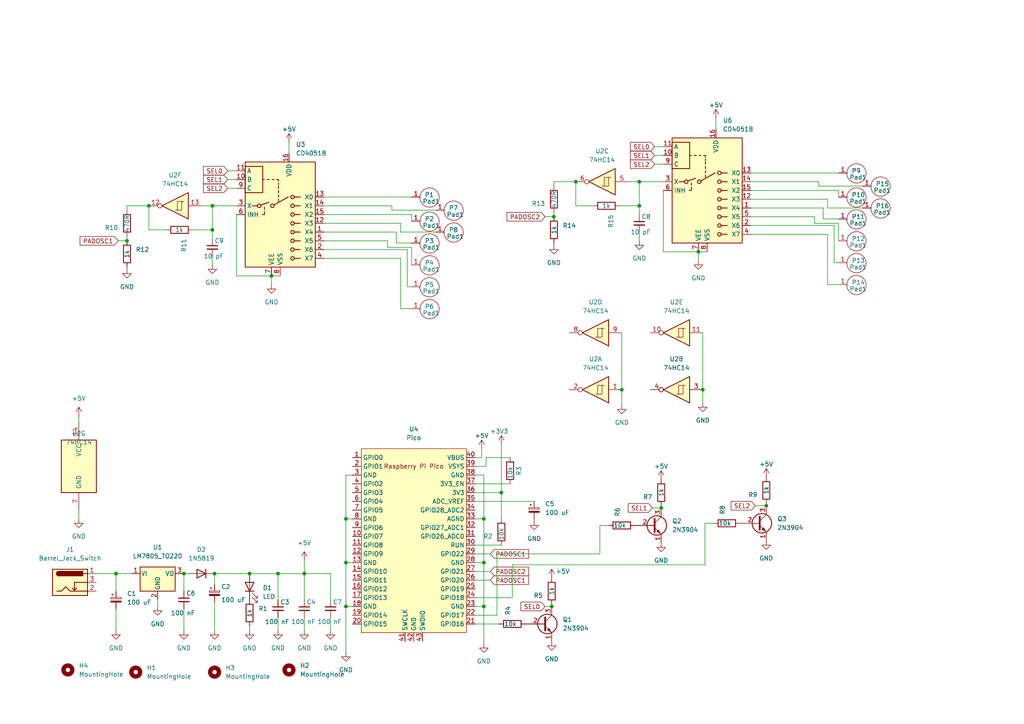
<source format=kicad_sch>
(kicad_sch (version 20211123) (generator eeschema)
  (paper "A4")
  (lib_symbols
    (symbol "74xx:74HC14" (pin_names (offset 1.016))
      (property "Reference" "U" (at 0 1.27 0))
      (property "Value" "74HC14" (at 0 -1.27 0))
      (symbol "74HC14_1_0"
        (polyline (pts (xy -3.81 3.81) (xy -3.81 -3.81) (xy 3.81 0) (xy -3.81 3.81)) (stroke (width 0.254)) (fill (type background)))
        (pin input line (at -7.62 0 0) (length 3.81) (name "~") (number "1"))
        (pin output inverted (at 7.62 0 180) (length 3.81) (name "~") (number "2"))
      )
      (symbol "74HC14_1_1"
        (polyline (pts (xy -1.905 -1.27) (xy -1.905 1.27) (xy -0.635 1.27)))
        (polyline (pts (xy -2.54 -1.27) (xy -0.635 -1.27) (xy -0.635 1.27) (xy 0 1.27)))
      )
      (symbol "74HC14_2_0"
        (polyline (pts (xy -3.81 3.81) (xy -3.81 -3.81) (xy 3.81 0) (xy -3.81 3.81)) (stroke (width 0.254)) (fill (type background)))
        (pin input line (at -7.62 0 0) (length 3.81) (name "~") (number "3"))
        (pin output inverted (at 7.62 0 180) (length 3.81) (name "~") (number "4"))
      )
      (symbol "74HC14_2_1"
        (polyline (pts (xy -1.905 -1.27) (xy -1.905 1.27) (xy -0.635 1.27)))
        (polyline (pts (xy -2.54 -1.27) (xy -0.635 -1.27) (xy -0.635 1.27) (xy 0 1.27)))
      )
      (symbol "74HC14_3_0"
        (polyline (pts (xy -3.81 3.81) (xy -3.81 -3.81) (xy 3.81 0) (xy -3.81 3.81)) (stroke (width 0.254)) (fill (type background)))
        (pin input line (at -7.62 0 0) (length 3.81) (name "~") (number "5"))
        (pin output inverted (at 7.62 0 180) (length 3.81) (name "~") (number "6"))
      )
      (symbol "74HC14_3_1"
        (polyline (pts (xy -1.905 -1.27) (xy -1.905 1.27) (xy -0.635 1.27)))
        (polyline (pts (xy -2.54 -1.27) (xy -0.635 -1.27) (xy -0.635 1.27) (xy 0 1.27)))
      )
      (symbol "74HC14_4_0"
        (polyline (pts (xy -3.81 3.81) (xy -3.81 -3.81) (xy 3.81 0) (xy -3.81 3.81)) (stroke (width 0.254)) (fill (type background)))
        (pin output inverted (at 7.62 0 180) (length 3.81) (name "~") (number "8"))
        (pin input line (at -7.62 0 0) (length 3.81) (name "~") (number "9"))
      )
      (symbol "74HC14_4_1"
        (polyline (pts (xy -1.905 -1.27) (xy -1.905 1.27) (xy -0.635 1.27)))
        (polyline (pts (xy -2.54 -1.27) (xy -0.635 -1.27) (xy -0.635 1.27) (xy 0 1.27)))
      )
      (symbol "74HC14_5_0"
        (polyline (pts (xy -3.81 3.81) (xy -3.81 -3.81) (xy 3.81 0) (xy -3.81 3.81)) (stroke (width 0.254)) (fill (type background)))
        (pin output inverted (at 7.62 0 180) (length 3.81) (name "~") (number "10"))
        (pin input line (at -7.62 0 0) (length 3.81) (name "~") (number "11"))
      )
      (symbol "74HC14_5_1"
        (polyline (pts (xy -1.905 -1.27) (xy -1.905 1.27) (xy -0.635 1.27)))
        (polyline (pts (xy -2.54 -1.27) (xy -0.635 -1.27) (xy -0.635 1.27) (xy 0 1.27)))
      )
      (symbol "74HC14_6_0"
        (polyline (pts (xy -3.81 3.81) (xy -3.81 -3.81) (xy 3.81 0) (xy -3.81 3.81)) (stroke (width 0.254)) (fill (type background)))
        (pin output inverted (at 7.62 0 180) (length 3.81) (name "~") (number "12"))
        (pin input line (at -7.62 0 0) (length 3.81) (name "~") (number "13"))
      )
      (symbol "74HC14_6_1"
        (polyline (pts (xy -1.905 -1.27) (xy -1.905 1.27) (xy -0.635 1.27)))
        (polyline (pts (xy -2.54 -1.27) (xy -0.635 -1.27) (xy -0.635 1.27) (xy 0 1.27)))
      )
      (symbol "74HC14_7_0"
        (pin power_in line (at 0 12.7 270) (length 5.08) (name "VCC") (number "14"))
        (pin power_in line (at 0 -12.7 90) (length 5.08) (name "GND") (number "7"))
      )
      (symbol "74HC14_7_1"
        (rectangle (start -5.08 7.62) (end 5.08 -7.62) (stroke (width 0.254)) (fill (type background)))
      )
    )
    (symbol "Analog_Switch:CD4051B"
      (property "Reference" "U" (at -10.16 16.51 0))
      (property "Value" "CD4051B" (at 3.81 16.51 0))
      (symbol "CD4051B_0_1"
        (rectangle (start -10.16 6.35) (end -5.08 13.97) (stroke (width 0.254)))
        (rectangle (start -10.16 15.24) (end 10.16 -15.24) (stroke (width 0.254)) (fill (type background)))
        (circle (center -6.096 2.54) (radius 0.508) (stroke (width 0.254)))
        (circle (center -2.286 2.54) (radius 0.508) (stroke (width 0.254)))
        (polyline (pts (xy -8.128 2.54) (xy -6.604 2.54)) (stroke (width 0.254)))
        (polyline (pts (xy -5.588 2.794) (xy -3.302 3.556)) (stroke (width 0.254)))
        (polyline (pts (xy -4.572 0) (xy -5.207 0)) (stroke (width 0.254)))
        (polyline (pts (xy -4.572 0.254) (xy -4.572 0.889)) (stroke (width 0.254)))
        (polyline (pts (xy -4.572 1.524) (xy -4.572 2.159)) (stroke (width 0.254)))
        (polyline (pts (xy -4.572 10.16) (xy -5.08 10.16)) (stroke (width 0.254)))
        (polyline (pts (xy -3.81 10.16) (xy -3.175 10.16)) (stroke (width 0.254)))
        (polyline (pts (xy -1.778 2.794) (xy 2.286 5.08)) (stroke (width 0.254)))
        (polyline (pts (xy -1.778 10.16) (xy -2.286 10.16)) (stroke (width 0.254)))
        (polyline (pts (xy -0.508 3.81) (xy -0.508 4.445)) (stroke (width 0.254)))
        (polyline (pts (xy -0.508 5.08) (xy -0.508 5.715)) (stroke (width 0.254)))
        (polyline (pts (xy -0.508 6.35) (xy -0.508 6.985)) (stroke (width 0.254)))
        (polyline (pts (xy -0.508 7.62) (xy -0.508 8.255)) (stroke (width 0.254)))
        (polyline (pts (xy -0.508 8.636) (xy -0.508 9.144)) (stroke (width 0.254)))
        (polyline (pts (xy -0.508 9.652) (xy -0.508 10.16)) (stroke (width 0.254)))
        (polyline (pts (xy -0.508 10.16) (xy -1.016 10.16)) (stroke (width 0.254)))
        (polyline (pts (xy 4.064 -12.7) (xy 5.842 -12.7)) (stroke (width 0.254)))
        (polyline (pts (xy 4.064 -10.16) (xy 5.842 -10.16)) (stroke (width 0.254)))
        (polyline (pts (xy 4.064 -7.62) (xy 5.842 -7.62)) (stroke (width 0.254)))
        (polyline (pts (xy 4.064 -5.08) (xy 5.842 -5.08)) (stroke (width 0.254)))
        (polyline (pts (xy 4.064 -2.54) (xy 5.842 -2.54)) (stroke (width 0.254)))
        (polyline (pts (xy 4.064 0) (xy 5.842 0)) (stroke (width 0.254)))
        (polyline (pts (xy 4.064 2.54) (xy 5.842 2.54)) (stroke (width 0.254)))
        (polyline (pts (xy 4.064 5.08) (xy 5.842 5.08)) (stroke (width 0.254)))
        (circle (center 3.556 -12.7) (radius 0.508) (stroke (width 0.254)))
        (circle (center 3.556 -10.16) (radius 0.508) (stroke (width 0.254)))
        (circle (center 3.556 -7.62) (radius 0.508) (stroke (width 0.254)))
        (circle (center 3.556 -5.08) (radius 0.508) (stroke (width 0.254)))
        (circle (center 3.556 -2.54) (radius 0.508) (stroke (width 0.254)))
        (circle (center 3.556 0) (radius 0.508) (stroke (width 0.254)))
        (circle (center 3.556 2.54) (radius 0.508) (stroke (width 0.254)))
        (circle (center 3.556 5.08) (radius 0.508) (stroke (width 0.254)))
      )
      (symbol "CD4051B_1_1"
        (pin bidirectional line (at 12.7 -5.08 180) (length 2.54) (name "X4") (number "1"))
        (pin input line (at -12.7 10.16 0) (length 2.54) (name "B") (number "10"))
        (pin input line (at -12.7 12.7 0) (length 2.54) (name "A") (number "11"))
        (pin bidirectional line (at 12.7 -2.54 180) (length 2.54) (name "X3") (number "12"))
        (pin bidirectional line (at 12.7 5.08 180) (length 2.54) (name "X0") (number "13"))
        (pin bidirectional line (at 12.7 2.54 180) (length 2.54) (name "X1") (number "14"))
        (pin bidirectional line (at 12.7 0 180) (length 2.54) (name "X2") (number "15"))
        (pin power_in line (at 2.54 17.78 270) (length 2.54) (name "VDD") (number "16"))
        (pin bidirectional line (at 12.7 -10.16 180) (length 2.54) (name "X6") (number "2"))
        (pin bidirectional line (at -12.7 2.54 0) (length 2.54) (name "X") (number "3"))
        (pin bidirectional line (at 12.7 -12.7 180) (length 2.54) (name "X7") (number "4"))
        (pin bidirectional line (at 12.7 -7.62 180) (length 2.54) (name "X5") (number "5"))
        (pin input line (at -12.7 0 0) (length 2.54) (name "INH") (number "6"))
        (pin power_in line (at -2.54 -17.78 90) (length 2.54) (name "VEE") (number "7"))
        (pin power_in line (at 0 -17.78 90) (length 2.54) (name "VSS") (number "8"))
        (pin input line (at -12.7 7.62 0) (length 2.54) (name "C") (number "9"))
      )
    )
    (symbol "CapactivePad:Pad1"
      (property "Reference" "P" (at 0.254 0.889 0))
      (property "Value" "Pad1" (at 0.254 -0.762 0))
      (symbol "Pad1_0_1"
        (circle (center 0.127 -0.127) (radius 2.7969))
      )
      (symbol "Pad1_1_1"
        (pin input line (at -5.08 0 0) (length 2.54) (name "") (number "1"))
      )
    )
    (symbol "Connector:Barrel_Jack_Switch" (pin_names hide)
      (property "Reference" "J" (at 0 5.334 0))
      (property "Value" "Barrel_Jack_Switch" (at 0 -5.08 0))
      (symbol "Barrel_Jack_Switch_0_1"
        (rectangle (start -5.08 3.81) (end 5.08 -3.81) (stroke (width 0.254)) (fill (type background)))
        (arc (start -3.302 3.175) (mid -3.937 2.54) (end -3.302 1.905) (stroke (width 0.254)))
        (arc (start -3.302 3.175) (mid -3.937 2.54) (end -3.302 1.905) (stroke (width 0.254)) (fill (type outline)))
        (polyline (pts (xy 1.27 -2.286) (xy 1.905 -1.651)) (stroke (width 0.254)))
        (polyline (pts (xy 5.08 2.54) (xy 3.81 2.54)) (stroke (width 0.254)))
        (polyline (pts (xy 5.08 0) (xy 1.27 0) (xy 1.27 -2.286) (xy 0.635 -1.651)) (stroke (width 0.254)))
        (polyline (pts (xy -3.81 -2.54) (xy -2.54 -2.54) (xy -1.27 -1.27) (xy 0 -2.54) (xy 2.54 -2.54) (xy 5.08 -2.54)) (stroke (width 0.254)))
        (rectangle (start 3.683 3.175) (end -3.302 1.905) (stroke (width 0.254)) (fill (type outline)))
      )
      (symbol "Barrel_Jack_Switch_1_1"
        (pin passive line (at 7.62 2.54 180) (length 2.54) (name "~") (number "1"))
        (pin passive line (at 7.62 -2.54 180) (length 2.54) (name "~") (number "2"))
        (pin passive line (at 7.62 0 180) (length 2.54) (name "~") (number "3"))
      )
    )
    (symbol "Device:C_Polarized_Small" (pin_numbers hide) (pin_names (offset 0.254) hide)
      (property "Reference" "C" (at 0.254 1.778 0))
      (property "Value" "C_Polarized_Small" (at 0.254 -2.032 0))
      (symbol "C_Polarized_Small_0_1"
        (rectangle (start -1.524 -0.3048) (end 1.524 -0.6858) (fill (type outline)))
        (rectangle (start -1.524 0.6858) (end 1.524 0.3048))
        (polyline (pts (xy -1.27 1.524) (xy -0.762 1.524)))
        (polyline (pts (xy -1.016 1.27) (xy -1.016 1.778)))
      )
      (symbol "C_Polarized_Small_1_1"
        (pin passive line (at 0 2.54 270) (length 1.8542) (name "~") (number "1"))
        (pin passive line (at 0 -2.54 90) (length 1.8542) (name "~") (number "2"))
      )
    )
    (symbol "Device:C_Small" (pin_numbers hide) (pin_names (offset 0.254) hide)
      (property "Reference" "C" (at 0.254 1.778 0))
      (property "Value" "C_Small" (at 0.254 -2.032 0))
      (symbol "C_Small_0_1"
        (polyline (pts (xy -1.524 -0.508) (xy 1.524 -0.508)) (stroke (width 0.3302)))
        (polyline (pts (xy -1.524 0.508) (xy 1.524 0.508)) (stroke (width 0.3048)))
      )
      (symbol "C_Small_1_1"
        (pin passive line (at 0 2.54 270) (length 2.032) (name "~") (number "1"))
        (pin passive line (at 0 -2.54 90) (length 2.032) (name "~") (number "2"))
      )
    )
    (symbol "Device:D" (pin_numbers hide) (pin_names (offset 1.016) hide)
      (property "Reference" "D" (at 0 2.54 0))
      (property "Value" "D" (at 0 -2.54 0))
      (symbol "D_0_1"
        (polyline (pts (xy -1.27 1.27) (xy -1.27 -1.27)) (stroke (width 0.254)))
        (polyline (pts (xy 1.27 0) (xy -1.27 0)))
        (polyline (pts (xy 1.27 1.27) (xy 1.27 -1.27) (xy -1.27 0) (xy 1.27 1.27)) (stroke (width 0.254)))
      )
      (symbol "D_1_1"
        (pin passive line (at -3.81 0 0) (length 2.54) (name "K") (number "1"))
        (pin passive line (at 3.81 0 180) (length 2.54) (name "A") (number "2"))
      )
    )
    (symbol "Device:LED" (pin_numbers hide) (pin_names (offset 1.016) hide)
      (property "Reference" "D" (at 0 2.54 0))
      (property "Value" "LED" (at 0 -2.54 0))
      (symbol "LED_0_1"
        (polyline (pts (xy -1.27 -1.27) (xy -1.27 1.27)) (stroke (width 0.254)))
        (polyline (pts (xy -1.27 0) (xy 1.27 0)))
        (polyline (pts (xy 1.27 -1.27) (xy 1.27 1.27) (xy -1.27 0) (xy 1.27 -1.27)) (stroke (width 0.254)))
        (polyline (pts (xy -3.048 -0.762) (xy -4.572 -2.286) (xy -3.81 -2.286) (xy -4.572 -2.286) (xy -4.572 -1.524)))
        (polyline (pts (xy -1.778 -0.762) (xy -3.302 -2.286) (xy -2.54 -2.286) (xy -3.302 -2.286) (xy -3.302 -1.524)))
      )
      (symbol "LED_1_1"
        (pin passive line (at -3.81 0 0) (length 2.54) (name "K") (number "1"))
        (pin passive line (at 3.81 0 180) (length 2.54) (name "A") (number "2"))
      )
    )
    (symbol "Device:R" (pin_numbers hide) (pin_names (offset 0))
      (property "Reference" "R" (at 2.032 0 90))
      (property "Value" "R" (at 0 0 90))
      (symbol "R_0_1"
        (rectangle (start -1.016 -2.54) (end 1.016 2.54) (stroke (width 0.254)))
      )
      (symbol "R_1_1"
        (pin passive line (at 0 3.81 270) (length 1.27) (name "~") (number "1"))
        (pin passive line (at 0 -3.81 90) (length 1.27) (name "~") (number "2"))
      )
    )
    (symbol "MCU_RaspberryPi_and_Boards:Pico"
      (property "Reference" "U" (at -13.97 27.94 0))
      (property "Value" "Pico" (at 0 19.05 0))
      (symbol "Pico_0_0"
        (text "Raspberry Pi Pico" (at 0 21.59 0) (effects (font (size 1.27 1.27))))
      )
      (symbol "Pico_0_1"
        (rectangle (start -15.24 26.67) (end 15.24 -26.67) (fill (type background)))
      )
      (symbol "Pico_1_1"
        (pin bidirectional line (at -17.78 24.13 0) (length 2.54) (name "GPIO0") (number "1"))
        (pin bidirectional line (at -17.78 1.27 0) (length 2.54) (name "GPIO7") (number "10"))
        (pin bidirectional line (at -17.78 -1.27 0) (length 2.54) (name "GPIO8") (number "11"))
        (pin bidirectional line (at -17.78 -3.81 0) (length 2.54) (name "GPIO9") (number "12"))
        (pin power_in line (at -17.78 -6.35 0) (length 2.54) (name "GND") (number "13"))
        (pin bidirectional line (at -17.78 -8.89 0) (length 2.54) (name "GPIO10") (number "14"))
        (pin bidirectional line (at -17.78 -11.43 0) (length 2.54) (name "GPIO11") (number "15"))
        (pin bidirectional line (at -17.78 -13.97 0) (length 2.54) (name "GPIO12") (number "16"))
        (pin bidirectional line (at -17.78 -16.51 0) (length 2.54) (name "GPIO13") (number "17"))
        (pin power_in line (at -17.78 -19.05 0) (length 2.54) (name "GND") (number "18"))
        (pin bidirectional line (at -17.78 -21.59 0) (length 2.54) (name "GPIO14") (number "19"))
        (pin bidirectional line (at -17.78 21.59 0) (length 2.54) (name "GPIO1") (number "2"))
        (pin bidirectional line (at -17.78 -24.13 0) (length 2.54) (name "GPIO15") (number "20"))
        (pin bidirectional line (at 17.78 -24.13 180) (length 2.54) (name "GPIO16") (number "21"))
        (pin bidirectional line (at 17.78 -21.59 180) (length 2.54) (name "GPIO17") (number "22"))
        (pin power_in line (at 17.78 -19.05 180) (length 2.54) (name "GND") (number "23"))
        (pin bidirectional line (at 17.78 -16.51 180) (length 2.54) (name "GPIO18") (number "24"))
        (pin bidirectional line (at 17.78 -13.97 180) (length 2.54) (name "GPIO19") (number "25"))
        (pin bidirectional line (at 17.78 -11.43 180) (length 2.54) (name "GPIO20") (number "26"))
        (pin bidirectional line (at 17.78 -8.89 180) (length 2.54) (name "GPIO21") (number "27"))
        (pin power_in line (at 17.78 -6.35 180) (length 2.54) (name "GND") (number "28"))
        (pin bidirectional line (at 17.78 -3.81 180) (length 2.54) (name "GPIO22") (number "29"))
        (pin power_in line (at -17.78 19.05 0) (length 2.54) (name "GND") (number "3"))
        (pin input line (at 17.78 -1.27 180) (length 2.54) (name "RUN") (number "30"))
        (pin bidirectional line (at 17.78 1.27 180) (length 2.54) (name "GPIO26_ADC0") (number "31"))
        (pin bidirectional line (at 17.78 3.81 180) (length 2.54) (name "GPIO27_ADC1") (number "32"))
        (pin power_in line (at 17.78 6.35 180) (length 2.54) (name "AGND") (number "33"))
        (pin bidirectional line (at 17.78 8.89 180) (length 2.54) (name "GPIO28_ADC2") (number "34"))
        (pin power_in line (at 17.78 11.43 180) (length 2.54) (name "ADC_VREF") (number "35"))
        (pin power_in line (at 17.78 13.97 180) (length 2.54) (name "3V3") (number "36"))
        (pin input line (at 17.78 16.51 180) (length 2.54) (name "3V3_EN") (number "37"))
        (pin bidirectional line (at 17.78 19.05 180) (length 2.54) (name "GND") (number "38"))
        (pin power_in line (at 17.78 21.59 180) (length 2.54) (name "VSYS") (number "39"))
        (pin bidirectional line (at -17.78 16.51 0) (length 2.54) (name "GPIO2") (number "4"))
        (pin power_in line (at 17.78 24.13 180) (length 2.54) (name "VBUS") (number "40"))
        (pin input line (at -2.54 -29.21 90) (length 2.54) (name "SWCLK") (number "41"))
        (pin power_in line (at 0 -29.21 90) (length 2.54) (name "GND") (number "42"))
        (pin bidirectional line (at 2.54 -29.21 90) (length 2.54) (name "SWDIO") (number "43"))
        (pin bidirectional line (at -17.78 13.97 0) (length 2.54) (name "GPIO3") (number "5"))
        (pin bidirectional line (at -17.78 11.43 0) (length 2.54) (name "GPIO4") (number "6"))
        (pin bidirectional line (at -17.78 8.89 0) (length 2.54) (name "GPIO5") (number "7"))
        (pin power_in line (at -17.78 6.35 0) (length 2.54) (name "GND") (number "8"))
        (pin bidirectional line (at -17.78 3.81 0) (length 2.54) (name "GPIO6") (number "9"))
      )
    )
    (symbol "Mechanical:MountingHole" (pin_names (offset 1.016))
      (property "Reference" "H" (at 0 5.08 0))
      (property "Value" "MountingHole" (at 0 3.175 0))
      (symbol "MountingHole_0_1"
        (circle (center 0 0) (radius 1.27) (stroke (width 1.27)))
      )
    )
    (symbol "Regulator_Linear:LM7805_TO220" (pin_names (offset 0.254))
      (property "Reference" "U" (at -3.81 3.175 0))
      (property "Value" "LM7805_TO220" (at 0 3.175 0))
      (symbol "LM7805_TO220_0_1"
        (rectangle (start -5.08 1.905) (end 5.08 -5.08) (stroke (width 0.254)) (fill (type background)))
      )
      (symbol "LM7805_TO220_1_1"
        (pin power_in line (at -7.62 0 0) (length 2.54) (name "VI") (number "1"))
        (pin power_in line (at 0 -7.62 90) (length 2.54) (name "GND") (number "2"))
        (pin power_out line (at 7.62 0 180) (length 2.54) (name "VO") (number "3"))
      )
    )
    (symbol "Transistor_BJT:2N3904" (pin_names (offset 0) hide)
      (property "Reference" "Q" (at 5.08 1.905 0))
      (property "Value" "2N3904" (at 5.08 0 0))
      (symbol "2N3904_0_1"
        (polyline (pts (xy 0.635 0.635) (xy 2.54 2.54)))
        (polyline (pts (xy 0.635 -0.635) (xy 2.54 -2.54) (xy 2.54 -2.54)))
        (polyline (pts (xy 0.635 1.905) (xy 0.635 -1.905) (xy 0.635 -1.905)) (stroke (width 0.508)))
        (polyline (pts (xy 1.27 -1.778) (xy 1.778 -1.27) (xy 2.286 -2.286) (xy 1.27 -1.778) (xy 1.27 -1.778)) (fill (type outline)))
        (circle (center 1.27 0) (radius 2.8194) (stroke (width 0.254)))
      )
      (symbol "2N3904_1_1"
        (pin passive line (at 2.54 -5.08 90) (length 2.54) (name "E") (number "1"))
        (pin passive line (at -5.08 0 0) (length 5.715) (name "B") (number "2"))
        (pin passive line (at 2.54 5.08 270) (length 2.54) (name "C") (number "3"))
      )
    )
    (symbol "power:+3V3" (power) (pin_names (offset 0))
      (property "Value" "+3V3" (at 0 3.556 0))
      (symbol "+3V3_0_1"
        (polyline (pts (xy -0.762 1.27) (xy 0 2.54)))
        (polyline (pts (xy 0 0) (xy 0 2.54)))
        (polyline (pts (xy 0 2.54) (xy 0.762 1.27)))
      )
      (symbol "+3V3_1_1"
        (pin power_in line (at 0 0 90) (length 0) hide (name "+3V3") (number "1"))
      )
    )
    (symbol "power:+5V" (power) (pin_names (offset 0))
      (property "Value" "+5V" (at 0 3.556 0))
      (symbol "+5V_0_1"
        (polyline (pts (xy -0.762 1.27) (xy 0 2.54)))
        (polyline (pts (xy 0 0) (xy 0 2.54)))
        (polyline (pts (xy 0 2.54) (xy 0.762 1.27)))
      )
      (symbol "+5V_1_1"
        (pin power_in line (at 0 0 90) (length 0) hide (name "+5V") (number "1"))
      )
    )
    (symbol "power:GND" (power) (pin_names (offset 0))
      (property "Value" "GND" (at 0 -3.81 0))
      (symbol "GND_0_1"
        (polyline (pts (xy 0 0) (xy 0 -1.27) (xy 1.27 -1.27) (xy 0 -2.54) (xy -1.27 -1.27) (xy 0 -1.27)))
      )
      (symbol "GND_1_1"
        (pin power_in line (at 0 0 270) (length 0) hide (name "GND") (number "1"))
      )
    )
  )
  (junction (at 36.83 69.85))
  (junction (at 222.25 146.685))
  (junction (at 185.42 52.705))
  (junction (at 185.42 59.69))
  (junction (at 160.02 175.895))
  (junction (at 160.655 62.865))
  (junction (at 62.23 166.37))
  (junction (at 100.33 175.895))
  (junction (at 78.74 80.01))
  (junction (at 202.565 73.025))
  (junction (at 88.265 166.37))
  (junction (at 72.39 166.37))
  (junction (at 61.595 66.675))
  (junction (at 167.005 52.705))
  (junction (at 140.335 163.195))
  (junction (at 53.34 166.37))
  (junction (at 33.655 166.37))
  (junction (at 140.335 175.895))
  (junction (at 191.77 147.32))
  (junction (at 61.595 59.69))
  (junction (at 145.415 142.875))
  (junction (at 100.33 150.495))
  (junction (at 180.34 113.03))
  (junction (at 100.33 163.195))
  (junction (at 203.835 113.03))
  (junction (at 80.645 166.37))
  (junction (at 140.335 150.495))
  (junction (at 43.18 59.69))
  (wire (pts (xy 236.22 64.77) (xy 243.205 64.77)))
  (wire (pts (xy 80.645 173.99) (xy 80.645 166.37)))
  (wire (pts (xy 95.885 166.37) (xy 88.265 166.37)))
  (wire (pts (xy 140.335 163.195) (xy 140.335 150.495)))
  (wire (pts (xy 100.33 150.495) (xy 100.33 137.795)))
  (wire (pts (xy 116.205 64.77) (xy 93.98 64.77)))
  (wire (pts (xy 140.97 132.715) (xy 147.955 132.715)))
  (wire (pts (xy 36.83 59.69) (xy 43.18 59.69)))
  (wire (pts (xy 137.795 175.895) (xy 140.335 175.895)))
  (wire (pts (xy 137.795 145.415) (xy 154.94 145.415)))
  (wire (pts (xy 240.03 60.325) (xy 240.03 57.785)))
  (wire (pts (xy 36.83 68.58) (xy 36.83 69.85)))
  (wire (pts (xy 112.395 71.755) (xy 112.395 69.85)))
  (wire (pts (xy 61.595 59.69) (xy 61.595 66.675)))
  (wire (pts (xy 172.085 59.69) (xy 167.005 59.69)))
  (wire (pts (xy 243.205 63.5) (xy 238.76 63.5)))
  (wire (pts (xy 144.145 160.655) (xy 173.99 160.655)))
  (wire (pts (xy 93.98 72.39) (xy 118.11 72.39)))
  (wire (pts (xy 240.03 67.945) (xy 240.03 82.55)))
  (wire (pts (xy 139.7 130.175) (xy 139.7 132.715)))
  (wire (pts (xy 179.705 59.69) (xy 185.42 59.69)))
  (wire (pts (xy 113.665 59.69) (xy 93.98 59.69)))
  (wire (pts (xy 137.795 135.255) (xy 140.97 135.255)))
  (wire (pts (xy 189.865 45.085) (xy 192.405 45.085)))
  (wire (pts (xy 250.19 60.325) (xy 240.03 60.325)))
  (wire (pts (xy 137.795 160.655) (xy 142.24 160.655)))
  (wire (pts (xy 126.365 67.31) (xy 116.205 67.31)))
  (wire (pts (xy 36.83 77.47) (xy 36.83 78.105)))
  (wire (pts (xy 160.655 61.595) (xy 160.655 62.865)))
  (wire (pts (xy 78.74 80.01) (xy 81.28 80.01)))
  (wire (pts (xy 62.23 174.625) (xy 62.23 182.88)))
  (wire (pts (xy 139.7 132.715) (xy 137.795 132.715)))
  (wire (pts (xy 148.59 163.83) (xy 148.59 173.355)))
  (wire (pts (xy 185.42 67.31) (xy 185.42 69.85)))
  (wire (pts (xy 114.935 70.485) (xy 114.935 67.31)))
  (wire (pts (xy 33.655 166.37) (xy 38.1 166.37)))
  (wire (pts (xy 66.04 49.53) (xy 68.58 49.53)))
  (wire (pts (xy 145.415 128.905) (xy 145.415 142.875)))
  (wire (pts (xy 180.34 113.03) (xy 180.34 117.475)))
  (wire (pts (xy 95.885 173.99) (xy 95.885 166.37)))
  (wire (pts (xy 88.265 162.56) (xy 88.265 166.37)))
  (wire (pts (xy 53.34 176.53) (xy 53.34 182.88)))
  (wire (pts (xy 191.77 146.685) (xy 191.77 147.32)))
  (wire (pts (xy 119.38 62.23) (xy 119.38 64.135)))
  (wire (pts (xy 61.595 66.675) (xy 61.595 69.215)))
  (wire (pts (xy 185.42 59.69) (xy 185.42 62.23)))
  (wire (pts (xy 43.18 59.69) (xy 43.18 66.675)))
  (wire (pts (xy 240.03 57.785) (xy 217.805 57.785)))
  (wire (pts (xy 55.88 66.675) (xy 61.595 66.675)))
  (wire (pts (xy 62.23 166.37) (xy 62.23 169.545)))
  (wire (pts (xy 207.645 34.29) (xy 207.645 37.465)))
  (wire (pts (xy 62.23 166.37) (xy 61.595 166.37)))
  (wire (pts (xy 137.795 158.115) (xy 145.415 158.115)))
  (wire (pts (xy 22.86 147.955) (xy 22.86 150.495)))
  (wire (pts (xy 189.865 42.545) (xy 192.405 42.545)))
  (wire (pts (xy 203.835 96.52) (xy 203.835 113.03)))
  (wire (pts (xy 173.99 160.655) (xy 173.99 152.4)))
  (wire (pts (xy 72.39 166.37) (xy 80.645 166.37)))
  (wire (pts (xy 160.655 52.705) (xy 167.005 52.705)))
  (wire (pts (xy 145.415 142.875) (xy 137.795 142.875)))
  (wire (pts (xy 148.59 173.355) (xy 137.795 173.355)))
  (wire (pts (xy 119.38 70.485) (xy 114.935 70.485)))
  (wire (pts (xy 83.82 41.275) (xy 83.82 44.45)))
  (wire (pts (xy 112.395 71.755) (xy 119.38 71.755)))
  (wire (pts (xy 243.205 76.2) (xy 241.935 76.2)))
  (wire (pts (xy 222.25 146.05) (xy 222.25 146.685)))
  (wire (pts (xy 140.335 175.895) (xy 140.335 163.195)))
  (wire (pts (xy 100.33 175.895) (xy 102.235 175.895)))
  (wire (pts (xy 137.795 180.975) (xy 144.78 180.975)))
  (wire (pts (xy 100.33 137.795) (xy 102.235 137.795)))
  (wire (pts (xy 182.245 52.705) (xy 185.42 52.705)))
  (wire (pts (xy 160.655 70.485) (xy 160.655 71.12)))
  (wire (pts (xy 137.795 178.435) (xy 144.145 178.435)))
  (wire (pts (xy 237.49 53.975) (xy 237.49 52.705)))
  (wire (pts (xy 189.23 147.32) (xy 191.77 147.32)))
  (wire (pts (xy 48.26 66.675) (xy 43.18 66.675)))
  (wire (pts (xy 144.145 178.435) (xy 144.145 160.655)))
  (wire (pts (xy 33.655 166.37) (xy 33.655 171.45)))
  (wire (pts (xy 204.47 151.765) (xy 204.47 163.83)))
  (wire (pts (xy 154.94 150.495) (xy 154.94 151.13)))
  (wire (pts (xy 68.58 62.23) (xy 68.58 80.01)))
  (wire (pts (xy 93.98 74.93) (xy 116.205 74.93)))
  (wire (pts (xy 202.565 73.025) (xy 205.105 73.025)))
  (wire (pts (xy 238.76 63.5) (xy 238.76 60.325)))
  (wire (pts (xy 88.265 166.37) (xy 88.265 173.99)))
  (wire (pts (xy 250.19 53.975) (xy 237.49 53.975)))
  (wire (pts (xy 58.42 59.69) (xy 61.595 59.69)))
  (wire (pts (xy 192.405 73.025) (xy 202.565 73.025)))
  (wire (pts (xy 236.22 64.77) (xy 236.22 62.865)))
  (wire (pts (xy 126.365 60.96) (xy 113.665 60.96)))
  (wire (pts (xy 113.665 60.96) (xy 113.665 59.69)))
  (wire (pts (xy 100.33 163.195) (xy 102.235 163.195)))
  (wire (pts (xy 238.76 60.325) (xy 217.805 60.325)))
  (wire (pts (xy 176.53 152.4) (xy 173.99 152.4)))
  (wire (pts (xy 243.205 69.85) (xy 243.205 64.77)))
  (wire (pts (xy 88.265 166.37) (xy 80.645 166.37)))
  (wire (pts (xy 217.805 50.165) (xy 243.205 50.165)))
  (wire (pts (xy 112.395 69.85) (xy 93.98 69.85)))
  (wire (pts (xy 243.205 55.245) (xy 243.205 57.15)))
  (wire (pts (xy 114.935 67.31) (xy 93.98 67.31)))
  (wire (pts (xy 88.265 179.07) (xy 88.265 182.88)))
  (wire (pts (xy 140.335 186.69) (xy 140.335 175.895)))
  (wire (pts (xy 100.33 175.895) (xy 100.33 163.195)))
  (wire (pts (xy 217.805 55.245) (xy 243.205 55.245)))
  (wire (pts (xy 22.86 120.65) (xy 22.86 122.555)))
  (wire (pts (xy 45.72 173.99) (xy 45.72 175.895)))
  (wire (pts (xy 68.58 80.01) (xy 78.74 80.01)))
  (wire (pts (xy 100.33 189.23) (xy 100.33 175.895)))
  (wire (pts (xy 137.795 163.195) (xy 140.335 163.195)))
  (wire (pts (xy 240.03 82.55) (xy 243.205 82.55)))
  (wire (pts (xy 167.005 52.705) (xy 167.005 59.69)))
  (wire (pts (xy 118.11 83.185) (xy 118.11 72.39)))
  (wire (pts (xy 119.38 83.185) (xy 118.11 83.185)))
  (wire (pts (xy 217.805 65.405) (xy 241.935 65.405)))
  (wire (pts (xy 204.47 163.83) (xy 148.59 163.83)))
  (wire (pts (xy 100.33 163.195) (xy 100.33 150.495)))
  (wire (pts (xy 116.205 89.535) (xy 119.38 89.535)))
  (wire (pts (xy 185.42 52.705) (xy 185.42 59.69)))
  (wire (pts (xy 189.865 47.625) (xy 192.405 47.625)))
  (wire (pts (xy 219.075 146.685) (xy 222.25 146.685)))
  (wire (pts (xy 160.655 52.705) (xy 160.655 53.975)))
  (wire (pts (xy 192.405 55.245) (xy 192.405 73.025)))
  (wire (pts (xy 217.805 67.945) (xy 240.03 67.945)))
  (wire (pts (xy 207.01 151.765) (xy 204.47 151.765)))
  (wire (pts (xy 119.38 76.835) (xy 119.38 71.755)))
  (wire (pts (xy 160.02 175.26) (xy 160.02 175.895)))
  (wire (pts (xy 33.655 176.53) (xy 33.655 182.88)))
  (wire (pts (xy 202.565 73.025) (xy 202.565 75.565)))
  (wire (pts (xy 137.795 168.275) (xy 142.24 168.275)))
  (wire (pts (xy 203.835 113.03) (xy 203.835 116.84)))
  (wire (pts (xy 137.795 140.335) (xy 147.955 140.335)))
  (wire (pts (xy 237.49 52.705) (xy 217.805 52.705)))
  (wire (pts (xy 140.97 135.255) (xy 140.97 132.715)))
  (wire (pts (xy 116.205 67.31) (xy 116.205 64.77)))
  (wire (pts (xy 66.04 52.07) (xy 68.58 52.07)))
  (wire (pts (xy 241.935 76.2) (xy 241.935 65.405)))
  (wire (pts (xy 185.42 52.705) (xy 192.405 52.705)))
  (wire (pts (xy 100.33 150.495) (xy 102.235 150.495)))
  (wire (pts (xy 72.39 181.61) (xy 72.39 182.88)))
  (wire (pts (xy 61.595 59.69) (xy 68.58 59.69)))
  (wire (pts (xy 61.595 74.295) (xy 61.595 76.835)))
  (wire (pts (xy 72.39 166.37) (xy 62.23 166.37)))
  (wire (pts (xy 158.115 62.865) (xy 160.655 62.865)))
  (wire (pts (xy 140.335 137.795) (xy 137.795 137.795)))
  (wire (pts (xy 34.29 69.85) (xy 36.83 69.85)))
  (wire (pts (xy 80.645 179.07) (xy 80.645 182.88)))
  (wire (pts (xy 53.34 166.37) (xy 54.61 166.37)))
  (wire (pts (xy 66.04 54.61) (xy 68.58 54.61)))
  (wire (pts (xy 36.83 59.69) (xy 36.83 60.96)))
  (wire (pts (xy 140.335 150.495) (xy 140.335 137.795)))
  (wire (pts (xy 180.34 96.52) (xy 180.34 113.03)))
  (wire (pts (xy 145.415 150.495) (xy 145.415 142.875)))
  (wire (pts (xy 116.205 74.93) (xy 116.205 89.535)))
  (wire (pts (xy 53.34 166.37) (xy 53.34 171.45)))
  (wire (pts (xy 93.98 62.23) (xy 119.38 62.23)))
  (wire (pts (xy 137.795 150.495) (xy 140.335 150.495)))
  (wire (pts (xy 158.115 175.895) (xy 160.02 175.895)))
  (wire (pts (xy 27.94 166.37) (xy 33.655 166.37)))
  (wire (pts (xy 137.795 165.735) (xy 142.24 165.735)))
  (wire (pts (xy 93.98 57.15) (xy 119.38 57.15)))
  (wire (pts (xy 236.22 62.865) (xy 217.805 62.865)))
  (wire (pts (xy 78.74 80.01) (xy 78.74 82.55)))
  (wire (pts (xy 95.885 179.07) (xy 95.885 182.88)))
  (global_label "SEL2" (shape input) (at 66.04 54.61 180) (property "Intersheet References" "${INTERSHEET_REFS}" (effects hide)))
  (global_label "SEL0" (shape input) (at 66.04 49.53 180) (property "Intersheet References" "${INTERSHEET_REFS}" (effects hide)))
  (global_label "SEL1" (shape input) (at 189.865 45.085 180) (property "Intersheet References" "${INTERSHEET_REFS}" (effects hide)))
  (global_label "SEL1" (shape input) (at 189.23 147.32 180) (property "Intersheet References" "${INTERSHEET_REFS}" (effects hide)))
  (global_label "SEL0" (shape input) (at 189.865 42.545 180) (property "Intersheet References" "${INTERSHEET_REFS}" (effects hide)))
  (global_label "PADOSC1" (shape input) (at 34.29 69.85 180) (property "Intersheet References" "${INTERSHEET_REFS}" (effects hide)))
  (global_label "PADOSC2" (shape input) (at 142.24 165.735 0) (property "Intersheet References" "${INTERSHEET_REFS}" (effects hide)))
  (global_label "PADOSC1" (shape input) (at 142.24 160.655 0) (property "Intersheet References" "${INTERSHEET_REFS}" (effects hide)))
  (global_label "SEL1" (shape input) (at 66.04 52.07 180) (property "Intersheet References" "${INTERSHEET_REFS}" (effects hide)))
  (global_label "SEL2" (shape input) (at 189.865 47.625 180) (property "Intersheet References" "${INTERSHEET_REFS}" (effects hide)))
  (global_label "SEL2" (shape input) (at 219.075 146.685 180) (property "Intersheet References" "${INTERSHEET_REFS}" (effects hide)))
  (global_label "PADOSC2" (shape input) (at 158.115 62.865 180) (property "Intersheet References" "${INTERSHEET_REFS}" (effects hide)))
  (global_label "PADOSC1" (shape input) (at 142.24 168.275 0) (property "Intersheet References" "${INTERSHEET_REFS}" (effects hide)))
  (global_label "SEL0" (shape input) (at 158.115 175.895 180) (property "Intersheet References" "${INTERSHEET_REFS}" (effects hide)))
  (symbol (lib_id "power:GND") (at 36.83 78.105 0) (unit 1)
    (property "Reference" "#PWR0123" (effects hide))
    (property "Value" "GND" (at 36.83 83.185 0))
  )
  (symbol (lib_id "power:+5V") (at 139.7 130.175 0) (unit 1)
    (property "Reference" "#PWR0111" (effects hide))
    (property "Value" "+5V" (at 139.7 126.365 0))
  )
  (symbol (lib_id "Device:C_Small") (at 61.595 71.755 0) (unit 1)
    (property "Reference" "C9" (at 62.23 69.85 0) (effects (justify left)))
    (property "Value" "10 pF" (at 59.055 74.295 0) (effects (justify left)))
    (property "Footprint" "Capacitor_THT:C_Disc_D5.0mm_W2.5mm_P5.00mm" (effects hide))
  )
  (symbol (lib_id "Mechanical:MountingHole") (at 39.37 194.945 0) (unit 1)
    (property "Reference" "H1" (at 42.545 193.6749 0) (effects (justify left)))
    (property "Value" "MountingHole" (at 42.545 196.2149 0) (effects (justify left)))
    (property "Footprint" "MountingHole:MountingHole_3.2mm_M3" (effects hide))
  )
  (symbol (lib_id "Mechanical:MountingHole") (at 62.23 194.945 0) (unit 1)
    (property "Reference" "H3" (at 65.405 193.6749 0) (effects (justify left)))
    (property "Value" "MountingHole" (at 65.405 196.2149 0) (effects (justify left)))
    (property "Footprint" "MountingHole:MountingHole_3.2mm_M3" (effects hide))
  )
  (symbol (lib_id "CapactivePad:Pad1") (at 124.46 57.15 0) (unit 1)
    (property "Reference" "P1" (at 123.19 56.515 0) (effects (justify left)))
    (property "Value" "Pad1" (at 122.555 58.42 0) (effects (justify left)))
    (property "Footprint" "CapacitiveTouchpad:CapacitivePad1" (effects hide))
  )
  (symbol (lib_id "Mechanical:MountingHole") (at 19.685 194.31 0) (unit 1)
    (property "Reference" "H4" (at 22.86 193.0399 0) (effects (justify left)))
    (property "Value" "MountingHole" (at 22.86 195.5799 0) (effects (justify left)))
    (property "Footprint" "MountingHole:MountingHole_3.2mm_M3" (effects hide))
  )
  (symbol (lib_id "Device:R") (at 147.955 136.525 180) (unit 1)
    (property "Reference" "R3" (at 150.495 135.255 90) (effects (justify left)))
    (property "Value" "10k" (at 147.955 135.255 90) (effects (justify left)))
    (property "Footprint" "Resistor_THT:R_Axial_DIN0207_L6.3mm_D2.5mm_P7.62mm_Horizontal" (effects hide))
  )
  (symbol (lib_id "74xx:74HC14") (at 196.215 96.52 180) (unit 5)
    (property "Reference" "U2" (at 196.215 87.63 0))
    (property "Value" "74HC14" (at 196.215 90.17 0))
    (property "Footprint" "Package_DIP:DIP-14_W7.62mm_Socket" (effects hide))
    (property "Datasheet" "http://www.ti.com/lit/gpn/sn74HC14" (effects hide))
  )
  (symbol (lib_id "power:GND") (at 61.595 76.835 0) (unit 1)
    (property "Reference" "#PWR0122" (effects hide))
    (property "Value" "GND" (at 61.595 81.915 0))
  )
  (symbol (lib_id "Device:R") (at 160.655 57.785 180) (unit 1)
    (property "Reference" "R13" (at 158.115 59.0551 0) (effects (justify left)))
    (property "Value" "470R" (at 160.655 55.245 90) (effects (justify left)))
    (property "Footprint" "Resistor_THT:R_Axial_DIN0207_L6.3mm_D2.5mm_P7.62mm_Horizontal" (effects hide))
  )
  (symbol (lib_id "power:+5V") (at 83.82 41.275 0) (unit 1)
    (property "Reference" "#PWR0124" (effects hide))
    (property "Value" "+5V" (at 83.82 37.465 0))
  )
  (symbol (lib_id "power:GND") (at 53.34 182.88 0) (unit 1)
    (property "Reference" "#PWR0103" (effects hide))
    (property "Value" "GND" (at 53.34 187.96 0))
  )
  (symbol (lib_id "Transistor_BJT:2N3904") (at 189.23 152.4 0) (unit 1)
    (property "Reference" "Q2" (at 194.945 151.1299 0) (effects (justify left)))
    (property "Value" "2N3904" (at 194.945 153.6699 0) (effects (justify left)))
    (property "Footprint" "Package_TO_SOT_THT:TO-92_Inline_Wide" (effects hide))
    (property "Datasheet" "https://www.onsemi.com/pub/Collateral/2N3903-D.PDF" (effects hide))
  )
  (symbol (lib_id "power:GND") (at 80.645 182.88 0) (unit 1)
    (property "Reference" "#PWR0105" (effects hide))
    (property "Value" "GND" (at 80.645 187.96 0))
  )
  (symbol (lib_id "power:GND") (at 154.94 151.13 0) (unit 1)
    (property "Reference" "#PWR0107" (effects hide))
    (property "Value" "GND" (at 154.94 156.21 0))
  )
  (symbol (lib_id "Device:R") (at 148.59 180.975 90) (unit 1)
    (property "Reference" "R4" (at 147.3199 178.435 0) (effects (justify left)))
    (property "Value" "10k" (at 149.86 180.975 90) (effects (justify left)))
    (property "Footprint" "Resistor_THT:R_Axial_DIN0207_L6.3mm_D2.5mm_P7.62mm_Horizontal" (effects hide))
  )
  (symbol (lib_id "power:GND") (at 185.42 69.85 0) (unit 1)
    (property "Reference" "#PWR0130" (effects hide))
    (property "Value" "GND" (at 185.42 74.93 0))
  )
  (symbol (lib_id "power:GND") (at 100.33 189.23 0) (unit 1)
    (property "Reference" "#PWR0110" (effects hide))
    (property "Value" "GND" (at 100.33 194.31 0))
  )
  (symbol (lib_id "power:GND") (at 202.565 75.565 0) (unit 1)
    (property "Reference" "#PWR0127" (effects hide))
    (property "Value" "GND" (at 202.565 80.645 0))
  )
  (symbol (lib_id "power:GND") (at 180.34 117.475 0) (unit 1)
    (property "Reference" "#PWR0131" (effects hide))
    (property "Value" "GND" (at 180.34 122.555 0))
  )
  (symbol (lib_id "Device:R") (at 191.77 142.875 180) (unit 1)
    (property "Reference" "R7" (at 189.23 144.1451 0) (effects (justify left)))
    (property "Value" "1k" (at 191.77 141.605 90) (effects (justify left)))
    (property "Footprint" "Resistor_THT:R_Axial_DIN0207_L6.3mm_D2.5mm_P7.62mm_Horizontal" (effects hide))
  )
  (symbol (lib_id "power:GND") (at 203.835 116.84 0) (unit 1)
    (property "Reference" "#PWR0132" (effects hide))
    (property "Value" "GND" (at 203.835 121.92 0))
  )
  (symbol (lib_id "power:+5V") (at 22.86 120.65 0) (unit 1)
    (property "Reference" "#PWR0126" (effects hide))
    (property "Value" "+5V" (at 22.86 115.57 0))
  )
  (symbol (lib_id "CapactivePad:Pad1") (at 255.27 53.975 0) (unit 1)
    (property "Reference" "P15" (at 254 53.34 0) (effects (justify left)))
    (property "Value" "Pad1" (at 253.365 55.245 0) (effects (justify left)))
    (property "Footprint" "CapacitiveTouchpad:CapacitivePad1" (effects hide))
  )
  (symbol (lib_id "CapactivePad:Pad1") (at 124.46 64.135 0) (unit 1)
    (property "Reference" "P2" (at 123.19 63.5 0) (effects (justify left)))
    (property "Value" "Pad1" (at 122.555 65.405 0) (effects (justify left)))
    (property "Footprint" "CapacitiveTouchpad:CapacitivePad1" (effects hide))
  )
  (symbol (lib_id "power:GND") (at 88.265 182.88 0) (unit 1)
    (property "Reference" "#PWR0106" (effects hide))
    (property "Value" "GND" (at 88.265 187.96 0))
  )
  (symbol (lib_id "power:+5V") (at 207.645 34.29 0) (unit 1)
    (property "Reference" "#PWR0128" (effects hide))
    (property "Value" "+5V" (at 207.645 30.48 0))
  )
  (symbol (lib_id "power:+5V") (at 160.02 167.64 0) (unit 1)
    (property "Reference" "#PWR0108" (effects hide))
    (property "Value" "+5V" (at 163.195 165.735 0))
  )
  (symbol (lib_id "power:GND") (at 160.02 186.055 0) (unit 1)
    (property "Reference" "#PWR0112" (effects hide))
    (property "Value" "GND" (at 160.02 191.135 0))
  )
  (symbol (lib_id "CapactivePad:Pad1") (at 248.285 57.15 0) (unit 1)
    (property "Reference" "P10" (at 247.015 56.515 0) (effects (justify left)))
    (property "Value" "Pad1" (at 246.38 58.42 0) (effects (justify left)))
    (property "Footprint" "CapacitiveTouchpad:CapacitivePad1" (effects hide))
  )
  (symbol (lib_id "Device:C_Polarized_Small") (at 154.94 147.955 0) (unit 1)
    (property "Reference" "C5" (at 158.115 146.1388 0) (effects (justify left)))
    (property "Value" "100 uF" (at 158.115 148.6788 0) (effects (justify left)))
    (property "Footprint" "Capacitor_THT:CP_Radial_D5.0mm_P2.50mm" (effects hide))
  )
  (symbol (lib_id "power:GND") (at 33.655 182.88 0) (unit 1)
    (property "Reference" "#PWR0101" (effects hide))
    (property "Value" "GND" (at 33.655 187.96 0))
  )
  (symbol (lib_id "Transistor_BJT:2N3904") (at 157.48 180.975 0) (unit 1)
    (property "Reference" "Q1" (at 163.195 179.7049 0) (effects (justify left)))
    (property "Value" "2N3904" (at 163.195 182.2449 0) (effects (justify left)))
    (property "Footprint" "Package_TO_SOT_THT:TO-92_Inline_Wide" (effects hide))
    (property "Datasheet" "https://www.onsemi.com/pub/Collateral/2N3903-D.PDF" (effects hide))
  )
  (symbol (lib_id "CapactivePad:Pad1") (at 131.445 60.96 0) (unit 1)
    (property "Reference" "P7" (at 130.175 60.325 0) (effects (justify left)))
    (property "Value" "Pad1" (at 129.54 62.23 0) (effects (justify left)))
    (property "Footprint" "CapacitiveTouchpad:CapacitivePad1" (effects hide))
  )
  (symbol (lib_id "power:GND") (at 72.39 182.88 0) (unit 1)
    (property "Reference" "#PWR0102" (effects hide))
    (property "Value" "GND" (at 72.39 187.96 0))
  )
  (symbol (lib_id "power:GND") (at 160.655 71.12 0) (unit 1)
    (property "Reference" "#PWR0129" (effects hide))
    (property "Value" "GND" (at 160.655 76.2 0))
  )
  (symbol (lib_id "power:GND") (at 22.86 150.495 0) (unit 1)
    (property "Reference" "#PWR0125" (effects hide))
    (property "Value" "GND" (at 22.86 155.575 0))
  )
  (symbol (lib_id "CapactivePad:Pad1") (at 131.445 67.31 0) (unit 1)
    (property "Reference" "P8" (at 130.175 66.675 0) (effects (justify left)))
    (property "Value" "Pad1" (at 129.54 68.58 0) (effects (justify left)))
    (property "Footprint" "CapacitiveTouchpad:CapacitivePad1" (effects hide))
  )
  (symbol (lib_id "MCU_RaspberryPi_and_Boards:Pico") (at 120.015 156.845 0) (unit 1)
    (property "Reference" "U4" (at 120.015 124.46 0))
    (property "Value" "Pico" (at 120.015 127 0))
    (property "Footprint" "CapacitiveTouchpad:RPi_Pico_SMD_TH" (effects hide))
  )
  (symbol (lib_id "Device:D") (at 58.42 166.37 180) (unit 1)
    (property "Reference" "D2" (at 58.42 159.385 0))
    (property "Value" "1N5819" (at 58.42 161.925 0))
    (property "Footprint" "Diode_THT:D_DO-41_SOD81_P7.62mm_Horizontal" (effects hide))
  )
  (symbol (lib_id "Regulator_Linear:LM7805_TO220") (at 45.72 166.37 0) (unit 1)
    (property "Reference" "U1" (at 45.72 158.75 0))
    (property "Value" "LM7805_TO220" (at 45.72 161.29 0))
    (property "Footprint" "Package_TO_SOT_THT:TO-220-3_Vertical" (effects hide))
    (property "Datasheet" "https://www.onsemi.cn/PowerSolutions/document/MC7800-D.PDF" (effects hide))
  )
  (symbol (lib_id "Device:R") (at 175.895 59.69 270) (unit 1)
    (property "Reference" "R15" (at 177.1651 62.23 0) (effects (justify left)))
    (property "Value" "1k" (at 174.625 59.69 90) (effects (justify left)))
    (property "Footprint" "Resistor_THT:R_Axial_DIN0207_L6.3mm_D2.5mm_P7.62mm_Horizontal" (effects hide))
  )
  (symbol (lib_id "Device:C_Small") (at 53.34 173.99 0) (unit 1)
    (property "Reference" "C6" (at 53.975 172.085 0) (effects (justify left)))
    (property "Value" "100 nF" (at 49.53 177.8 0) (effects (justify left)))
    (property "Footprint" "Capacitor_THT:C_Disc_D5.0mm_W2.5mm_P5.00mm" (effects hide))
  )
  (symbol (lib_id "power:GND") (at 191.77 157.48 0) (unit 1)
    (property "Reference" "#PWR0114" (effects hide))
    (property "Value" "GND" (at 191.77 162.56 0))
  )
  (symbol (lib_id "74xx:74HC14") (at 196.215 113.03 180) (unit 2)
    (property "Reference" "U2" (at 196.215 104.14 0))
    (property "Value" "74HC14" (at 196.215 106.68 0))
    (property "Footprint" "Package_DIP:DIP-14_W7.62mm_Socket" (effects hide))
    (property "Datasheet" "http://www.ti.com/lit/gpn/sn74HC14" (effects hide))
  )
  (symbol (lib_id "power:+5V") (at 191.77 139.065 0) (unit 1)
    (property "Reference" "#PWR0115" (effects hide))
    (property "Value" "+5V" (at 191.77 135.255 0))
  )
  (symbol (lib_id "74xx:74HC14") (at 50.8 59.69 180) (unit 6)
    (property "Reference" "U2" (at 50.8 50.8 0))
    (property "Value" "74HC14" (at 50.8 53.34 0))
    (property "Footprint" "Package_DIP:DIP-14_W7.62mm_Socket" (effects hide))
    (property "Datasheet" "http://www.ti.com/lit/gpn/sn74HC14" (effects hide))
  )
  (symbol (lib_id "Device:C_Small") (at 80.645 176.53 0) (unit 1)
    (property "Reference" "C3" (at 81.28 174.625 0) (effects (justify left)))
    (property "Value" "100 nF" (at 76.835 180.34 0) (effects (justify left)))
    (property "Footprint" "Capacitor_THT:C_Disc_D5.0mm_W2.5mm_P5.00mm" (effects hide))
  )
  (symbol (lib_id "Device:C_Polarized_Small") (at 33.655 173.99 0) (unit 1)
    (property "Reference" "C1" (at 36.83 172.1738 0) (effects (justify left)))
    (property "Value" "100 uF" (at 36.83 174.7138 0) (effects (justify left)))
    (property "Footprint" "Capacitor_THT:CP_Radial_D5.0mm_P2.50mm" (effects hide))
  )
  (symbol (lib_id "Device:R") (at 222.25 142.24 180) (unit 1)
    (property "Reference" "R9" (at 219.71 143.5101 0) (effects (justify left)))
    (property "Value" "1k" (at 222.25 140.97 90) (effects (justify left)))
    (property "Footprint" "Resistor_THT:R_Axial_DIN0207_L6.3mm_D2.5mm_P7.62mm_Horizontal" (effects hide))
  )
  (symbol (lib_id "Connector:Barrel_Jack_Switch") (at 20.32 168.91 0) (unit 1)
    (property "Reference" "J1" (at 20.32 159.385 0))
    (property "Value" "Barrel_Jack_Switch" (at 20.32 161.925 0))
    (property "Footprint" "Connector_BarrelJack:BarrelJack_Horizontal" (effects hide))
  )
  (symbol (lib_id "Device:C_Small") (at 95.885 176.53 0) (unit 1)
    (property "Reference" "C7" (at 96.52 174.625 0) (effects (justify left)))
    (property "Value" "100 nF" (at 92.075 180.34 0) (effects (justify left)))
    (property "Footprint" "Capacitor_THT:C_Disc_D5.0mm_W2.5mm_P5.00mm" (effects hide))
  )
  (symbol (lib_id "CapactivePad:Pad1") (at 124.46 70.485 0) (unit 1)
    (property "Reference" "P3" (at 123.19 69.85 0) (effects (justify left)))
    (property "Value" "Pad1" (at 122.555 71.755 0) (effects (justify left)))
    (property "Footprint" "CapacitiveTouchpad:CapacitivePad1" (effects hide))
  )
  (symbol (lib_id "74xx:74HC14") (at 174.625 52.705 180) (unit 3)
    (property "Reference" "U2" (at 174.625 43.815 0))
    (property "Value" "74HC14" (at 174.625 46.355 0))
    (property "Footprint" "Package_DIP:DIP-14_W7.62mm_Socket" (effects hide))
    (property "Datasheet" "http://www.ti.com/lit/gpn/sn74HC14" (effects hide))
  )
  (symbol (lib_id "CapactivePad:Pad1") (at 248.285 63.5 0) (unit 1)
    (property "Reference" "P11" (at 247.015 62.865 0) (effects (justify left)))
    (property "Value" "Pad1" (at 246.38 64.77 0) (effects (justify left)))
    (property "Footprint" "CapacitiveTouchpad:CapacitivePad1" (effects hide))
  )
  (symbol (lib_id "Device:C_Small") (at 88.265 176.53 0) (unit 1)
    (property "Reference" "C4" (at 88.9 174.625 0) (effects (justify left)))
    (property "Value" "100 nF" (at 84.455 180.34 0) (effects (justify left)))
    (property "Footprint" "Capacitor_THT:C_Disc_D5.0mm_W2.5mm_P5.00mm" (effects hide))
  )
  (symbol (lib_id "Device:R") (at 180.34 152.4 90) (unit 1)
    (property "Reference" "R6" (at 179.0699 149.86 0) (effects (justify left)))
    (property "Value" "10k" (at 181.61 152.4 90) (effects (justify left)))
    (property "Footprint" "Resistor_THT:R_Axial_DIN0207_L6.3mm_D2.5mm_P7.62mm_Horizontal" (effects hide))
  )
  (symbol (lib_id "Analog_Switch:CD4051B") (at 81.28 62.23 0) (unit 1)
    (property "Reference" "U3" (at 85.8394 41.91 0) (effects (justify left)))
    (property "Value" "CD4051B" (at 85.8394 44.45 0) (effects (justify left)))
    (property "Footprint" "Package_DIP:DIP-16_W7.62mm_Socket" (effects hide))
    (property "Datasheet" "http://www.ti.com/lit/ds/symlink/cd4052b.pdf" (effects hide))
  )
  (symbol (lib_id "Device:C_Small") (at 185.42 64.77 0) (unit 1)
    (property "Reference" "C8" (at 186.055 62.865 0) (effects (justify left)))
    (property "Value" "10 pF" (at 182.88 67.31 0) (effects (justify left)))
    (property "Footprint" "Capacitor_THT:C_Disc_D5.0mm_W2.5mm_P5.00mm" (effects hide))
  )
  (symbol (lib_id "CapactivePad:Pad1") (at 124.46 76.835 0) (unit 1)
    (property "Reference" "P4" (at 123.19 76.2 0) (effects (justify left)))
    (property "Value" "Pad1" (at 122.555 78.105 0) (effects (justify left)))
    (property "Footprint" "CapacitiveTouchpad:CapacitivePad1" (effects hide))
  )
  (symbol (lib_id "power:GND") (at 95.885 182.88 0) (unit 1)
    (property "Reference" "#PWR0119" (effects hide))
    (property "Value" "GND" (at 95.885 187.96 0))
  )
  (symbol (lib_id "Transistor_BJT:2N3904") (at 219.71 151.765 0) (unit 1)
    (property "Reference" "Q3" (at 225.425 150.4949 0) (effects (justify left)))
    (property "Value" "2N3904" (at 225.425 153.0349 0) (effects (justify left)))
    (property "Footprint" "Package_TO_SOT_THT:TO-92_Inline_Wide" (effects hide))
    (property "Datasheet" "https://www.onsemi.com/pub/Collateral/2N3903-D.PDF" (effects hide))
  )
  (symbol (lib_id "CapactivePad:Pad1") (at 248.285 69.85 0) (unit 1)
    (property "Reference" "P12" (at 247.015 69.215 0) (effects (justify left)))
    (property "Value" "Pad1" (at 246.38 71.12 0) (effects (justify left)))
    (property "Footprint" "CapacitiveTouchpad:CapacitivePad1" (effects hide))
  )
  (symbol (lib_id "power:GND") (at 222.25 156.845 0) (unit 1)
    (property "Reference" "#PWR0117" (effects hide))
    (property "Value" "GND" (at 222.25 161.925 0))
  )
  (symbol (lib_id "power:GND") (at 62.23 182.88 0) (unit 1)
    (property "Reference" "#PWR0118" (effects hide))
    (property "Value" "GND" (at 62.23 187.96 0))
  )
  (symbol (lib_id "74xx:74HC14") (at 172.72 96.52 180) (unit 4)
    (property "Reference" "U2" (at 172.72 87.63 0))
    (property "Value" "74HC14" (at 172.72 90.17 0))
    (property "Footprint" "Package_DIP:DIP-14_W7.62mm_Socket" (effects hide))
    (property "Datasheet" "http://www.ti.com/lit/gpn/sn74HC14" (effects hide))
  )
  (symbol (lib_id "CapactivePad:Pad1") (at 124.46 83.185 0) (unit 1)
    (property "Reference" "P5" (at 123.19 82.55 0) (effects (justify left)))
    (property "Value" "Pad1" (at 122.555 84.455 0) (effects (justify left)))
    (property "Footprint" "CapacitiveTouchpad:CapacitivePad1" (effects hide))
  )
  (symbol (lib_id "Device:C_Polarized_Small") (at 62.23 172.085 0) (unit 1)
    (property "Reference" "C2" (at 64.135 170.18 0) (effects (justify left)))
    (property "Value" "100 uF" (at 64.135 173.99 0) (effects (justify left)))
    (property "Footprint" "Capacitor_THT:CP_Radial_D5.0mm_P2.50mm" (effects hide))
  )
  (symbol (lib_id "CapactivePad:Pad1") (at 124.46 89.535 0) (unit 1)
    (property "Reference" "P6" (at 123.19 88.9 0) (effects (justify left)))
    (property "Value" "Pad1" (at 122.555 90.805 0) (effects (justify left)))
    (property "Footprint" "CapacitiveTouchpad:CapacitivePad1" (effects hide))
  )
  (symbol (lib_id "power:GND") (at 140.335 186.69 0) (unit 1)
    (property "Reference" "#PWR0113" (effects hide))
    (property "Value" "GND" (at 140.335 191.77 0))
  )
  (symbol (lib_id "Mechanical:MountingHole") (at 83.82 194.31 0) (unit 1)
    (property "Reference" "H2" (at 86.995 193.0399 0) (effects (justify left)))
    (property "Value" "MountingHole" (at 86.995 195.5799 0) (effects (justify left)))
    (property "Footprint" "MountingHole:MountingHole_3.2mm_M3" (effects hide))
  )
  (symbol (lib_id "power:GND") (at 78.74 82.55 0) (unit 1)
    (property "Reference" "#PWR0121" (effects hide))
    (property "Value" "GND" (at 78.74 87.63 0))
  )
  (symbol (lib_id "CapactivePad:Pad1") (at 248.285 76.2 0) (unit 1)
    (property "Reference" "P13" (at 247.015 75.565 0) (effects (justify left)))
    (property "Value" "Pad1" (at 246.38 77.47 0) (effects (justify left)))
    (property "Footprint" "CapacitiveTouchpad:CapacitivePad1" (effects hide))
  )
  (symbol (lib_id "CapactivePad:Pad1") (at 248.285 50.165 0) (unit 1)
    (property "Reference" "P9" (at 247.015 49.53 0) (effects (justify left)))
    (property "Value" "Pad1" (at 246.38 51.435 0) (effects (justify left)))
    (property "Footprint" "CapacitiveTouchpad:CapacitivePad1" (effects hide))
  )
  (symbol (lib_id "Device:R") (at 210.82 151.765 90) (unit 1)
    (property "Reference" "R8" (at 209.5499 149.225 0) (effects (justify left)))
    (property "Value" "10k" (at 212.09 151.765 90) (effects (justify left)))
    (property "Footprint" "Resistor_THT:R_Axial_DIN0207_L6.3mm_D2.5mm_P7.62mm_Horizontal" (effects hide))
  )
  (symbol (lib_id "Device:R") (at 160.655 66.675 0) (unit 1)
    (property "Reference" "R14" (at 163.195 65.4049 0) (effects (justify left)))
    (property "Value" "1k" (at 160.655 67.945 90) (effects (justify left)))
    (property "Footprint" "Resistor_THT:R_Axial_DIN0207_L6.3mm_D2.5mm_P7.62mm_Horizontal" (effects hide))
  )
  (symbol (lib_id "power:+3V3") (at 145.415 128.905 0) (unit 1)
    (property "Reference" "#PWR0109" (effects hide))
    (property "Value" "+3V3" (at 144.78 125.095 0))
  )
  (symbol (lib_id "Device:R") (at 72.39 177.8 0) (unit 1)
    (property "Reference" "R1" (at 74.93 176.5299 0) (effects (justify left)))
    (property "Value" "1k" (at 72.39 179.07 90) (effects (justify left)))
    (property "Footprint" "Resistor_THT:R_Axial_DIN0207_L6.3mm_D2.5mm_P7.62mm_Horizontal" (effects hide))
  )
  (symbol (lib_id "74xx:74HC14") (at 22.86 135.255 0) (unit 7)
    (property "Reference" "U2" (at 22.86 125.73 0))
    (property "Value" "74HC14" (at 22.86 128.27 0))
    (property "Footprint" "Package_DIP:DIP-14_W7.62mm_Socket" (effects hide))
    (property "Datasheet" "http://www.ti.com/lit/gpn/sn74HC14" (effects hide))
  )
  (symbol (lib_id "power:+5V") (at 88.265 162.56 0) (unit 1)
    (property "Reference" "#PWR0104" (effects hide))
    (property "Value" "+5V" (at 88.265 157.48 0))
  )
  (symbol (lib_id "74xx:74HC14") (at 172.72 113.03 180) (unit 1)
    (property "Reference" "U2" (at 172.72 104.14 0))
    (property "Value" "74HC14" (at 172.72 106.68 0))
    (property "Footprint" "Package_DIP:DIP-14_W7.62mm_Socket" (effects hide))
    (property "Datasheet" "http://www.ti.com/lit/gpn/sn74HC14" (effects hide))
  )
  (symbol (lib_id "Device:LED") (at 72.39 170.18 90) (unit 1)
    (property "Reference" "D1" (at 76.2 170.4974 90) (effects (justify right)))
    (property "Value" "LED" (at 76.2 173.0374 90) (effects (justify right)))
    (property "Footprint" "LED_THT:LED_D5.0mm" (effects hide))
  )
  (symbol (lib_id "Device:R") (at 160.02 171.45 180) (unit 1)
    (property "Reference" "R5" (at 157.48 172.7201 0) (effects (justify left)))
    (property "Value" "1k" (at 160.02 170.18 90) (effects (justify left)))
    (property "Footprint" "Resistor_THT:R_Axial_DIN0207_L6.3mm_D2.5mm_P7.62mm_Horizontal" (effects hide))
  )
  (symbol (lib_id "CapactivePad:Pad1") (at 255.27 60.325 0) (unit 1)
    (property "Reference" "P16" (at 254 59.69 0) (effects (justify left)))
    (property "Value" "Pad1" (at 253.365 61.595 0) (effects (justify left)))
    (property "Footprint" "CapacitiveTouchpad:CapacitivePad1" (effects hide))
  )
  (symbol (lib_id "Device:R") (at 52.07 66.675 270) (unit 1)
    (property "Reference" "R11" (at 53.3401 69.215 0) (effects (justify left)))
    (property "Value" "1k" (at 50.8 66.675 90) (effects (justify left)))
    (property "Footprint" "Resistor_THT:R_Axial_DIN0207_L6.3mm_D2.5mm_P7.62mm_Horizontal" (effects hide))
  )
  (symbol (lib_id "Analog_Switch:CD4051B") (at 205.105 55.245 0) (unit 1)
    (property "Reference" "U6" (at 209.6644 34.925 0) (effects (justify left)))
    (property "Value" "CD4051B" (at 209.6644 37.465 0) (effects (justify left)))
    (property "Footprint" "Package_DIP:DIP-16_W7.62mm_Socket" (effects hide))
    (property "Datasheet" "http://www.ti.com/lit/ds/symlink/cd4052b.pdf" (effects hide))
  )
  (symbol (lib_id "CapactivePad:Pad1") (at 248.285 82.55 0) (unit 1)
    (property "Reference" "P14" (at 247.015 81.915 0) (effects (justify left)))
    (property "Value" "Pad1" (at 246.38 83.82 0) (effects (justify left)))
    (property "Footprint" "CapacitiveTouchpad:CapacitivePad1" (effects hide))
  )
  (symbol (lib_id "Device:R") (at 36.83 64.77 180) (unit 1)
    (property "Reference" "R10" (at 34.29 66.0401 0) (effects (justify left)))
    (property "Value" "470R" (at 36.83 62.23 90) (effects (justify left)))
    (property "Footprint" "Resistor_THT:R_Axial_DIN0207_L6.3mm_D2.5mm_P7.62mm_Horizontal" (effects hide))
  )
  (symbol (lib_id "Device:R") (at 145.415 154.305 180) (unit 1)
    (property "Reference" "R2" (at 142.875 155.5751 0) (effects (justify left)))
    (property "Value" "10k" (at 145.415 153.035 90) (effects (justify left)))
    (property "Footprint" "Resistor_THT:R_Axial_DIN0207_L6.3mm_D2.5mm_P7.62mm_Horizontal" (effects hide))
  )
  (symbol (lib_id "power:GND") (at 45.72 175.895 0) (unit 1)
    (property "Reference" "#PWR0120" (effects hide))
    (property "Value" "GND" (at 45.72 180.975 0))
  )
  (symbol (lib_id "power:+5V") (at 222.25 138.43 0) (unit 1)
    (property "Reference" "#PWR0116" (effects hide))
    (property "Value" "+5V" (at 222.25 134.62 0))
  )
  (symbol (lib_id "Device:R") (at 36.83 73.66 0) (unit 1)
    (property "Reference" "R12" (at 39.37 72.3899 0) (effects (justify left)))
    (property "Value" "1k" (at 36.83 74.93 90) (effects (justify left)))
    (property "Footprint" "Resistor_THT:R_Axial_DIN0207_L6.3mm_D2.5mm_P7.62mm_Horizontal" (effects hide))
  )
)
</source>
